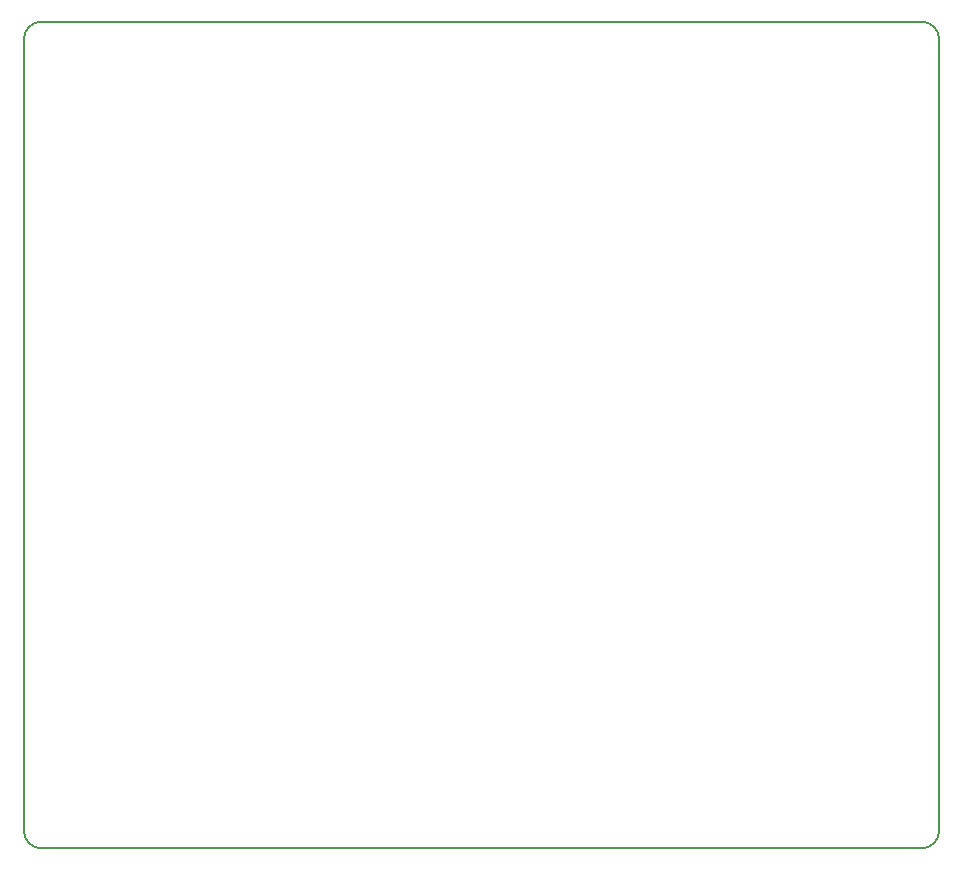
<source format=gm1>
G04 #@! TF.FileFunction,Profile,NP*
%FSLAX46Y46*%
G04 Gerber Fmt 4.6, Leading zero omitted, Abs format (unit mm)*
G04 Created by KiCad (PCBNEW 4.0.5) date 11/19/17 14:30:07*
%MOMM*%
%LPD*%
G01*
G04 APERTURE LIST*
%ADD10C,0.100000*%
%ADD11C,0.150000*%
G04 APERTURE END LIST*
D10*
D11*
X196000000Y-67000000D02*
X121500000Y-67000000D01*
X197500000Y-135500000D02*
X197500000Y-68500000D01*
X121500000Y-137000000D02*
X196000000Y-137000000D01*
X120000000Y-68500000D02*
X120000000Y-135500000D01*
X196000000Y-137000000D02*
G75*
G03X197500000Y-135500000I0J1500000D01*
G01*
X120000000Y-135500000D02*
G75*
G03X121500000Y-137000000I1500000J0D01*
G01*
X121500000Y-67000000D02*
G75*
G03X120000000Y-68500000I0J-1500000D01*
G01*
X197500000Y-68500000D02*
G75*
G03X196000000Y-67000000I-1500000J0D01*
G01*
M02*

</source>
